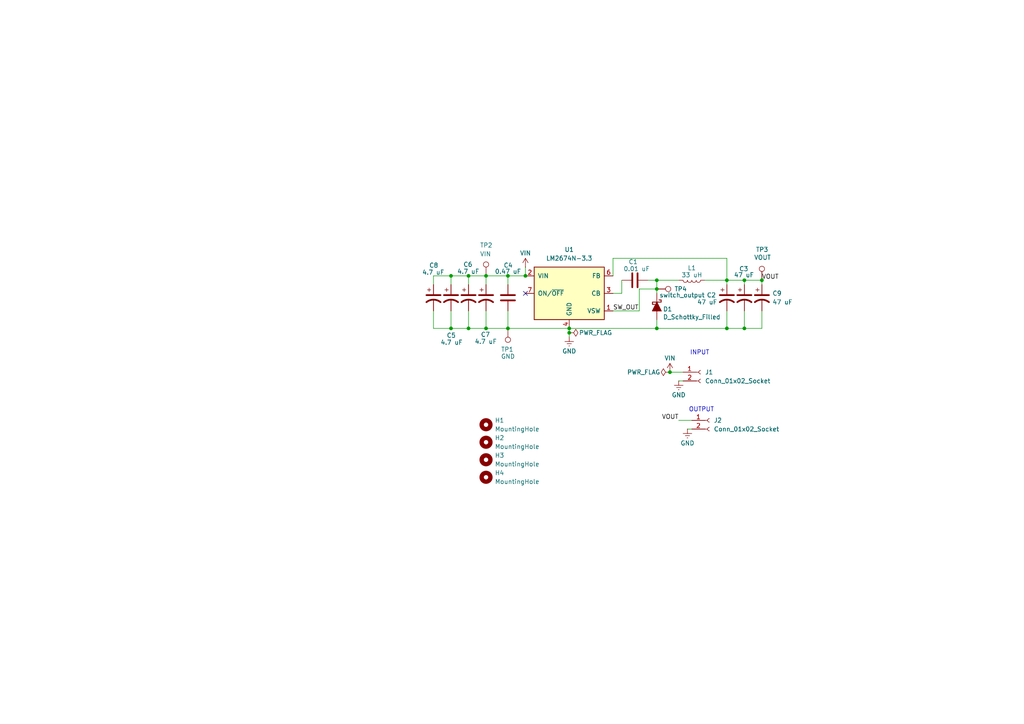
<source format=kicad_sch>
(kicad_sch (version 20231120) (generator "eeschema") (generator_version "8.0")
  (paper "A4")
  (lib_symbols
    (symbol "Connector:Conn_01x02_Socket" (pin_names (offset 1.016) hide)
      (property "Reference" "J" (at 0 2.54 0))
      (property "Value" "Conn_01x02_Socket" (at 0 -5.08 0))
      (symbol "Conn_01x02_Socket_1_1"
        (arc (start 0 -2.032) (mid -0.5058 -2.54) (end 0 -3.048) (stroke (width 0.1524)))
        (polyline (pts (xy -1.27 -2.54) (xy -0.508 -2.54)) (stroke (width 0.1524)))
        (polyline (pts (xy -1.27 0) (xy -0.508 0)) (stroke (width 0.1524)))
        (arc (start 0 0.508) (mid -0.5058 0) (end 0 -0.508) (stroke (width 0.1524)))
        (pin passive line (at -5.08 0 0) (length 3.81) (name "Pin_1") (number "1"))
        (pin passive line (at -5.08 -2.54 0) (length 3.81) (name "Pin_2") (number "2"))
      )
    )
    (symbol "Connector:TestPoint" (pin_numbers hide) (pin_names (offset 0.762) hide)
      (property "Reference" "TP" (at 0 6.858 0))
      (property "Value" "TestPoint" (at 0 5.08 0))
      (symbol "TestPoint_0_1"
        (circle (center 0 3.302) (radius 0.762))
      )
      (symbol "TestPoint_1_1"
        (pin passive line (at 0 0 90) (length 2.54) (name "1") (number "1"))
      )
    )
    (symbol "Device:C" (pin_numbers hide) (pin_names (offset 0.254))
      (property "Reference" "C" (at 0.635 2.54 0))
      (property "Value" "C" (at 0.635 -2.54 0))
      (symbol "C_0_1"
        (polyline (pts (xy -2.032 -0.762) (xy 2.032 -0.762)) (stroke (width 0.508)))
        (polyline (pts (xy -2.032 0.762) (xy 2.032 0.762)) (stroke (width 0.508)))
      )
      (symbol "C_1_1"
        (pin passive line (at 0 3.81 270) (length 2.794) (name "~") (number "1"))
        (pin passive line (at 0 -3.81 90) (length 2.794) (name "~") (number "2"))
      )
    )
    (symbol "Device:C_Polarized_US" (pin_numbers hide) (pin_names (offset 0.254) hide)
      (property "Reference" "C" (at 0.635 2.54 0))
      (property "Value" "C_Polarized_US" (at 0.635 -2.54 0))
      (symbol "C_Polarized_US_0_1"
        (polyline (pts (xy -2.032 0.762) (xy 2.032 0.762)) (stroke (width 0.508)))
        (polyline (pts (xy -1.778 2.286) (xy -0.762 2.286)))
        (polyline (pts (xy -1.27 1.778) (xy -1.27 2.794)))
        (arc (start 2.032 -1.27) (mid 0 -0.5572) (end -2.032 -1.27) (stroke (width 0.508)))
      )
      (symbol "C_Polarized_US_1_1"
        (pin passive line (at 0 3.81 270) (length 2.794) (name "~") (number "1"))
        (pin passive line (at 0 -3.81 90) (length 3.302) (name "~") (number "2"))
      )
    )
    (symbol "Device:D_Schottky_Filled" (pin_numbers hide) (pin_names (offset 1.016) hide)
      (property "Reference" "D" (at 0 2.54 0))
      (property "Value" "D_Schottky_Filled" (at 0 -2.54 0))
      (symbol "D_Schottky_Filled_0_1"
        (polyline (pts (xy 1.27 0) (xy -1.27 0)))
        (polyline (pts (xy 1.27 1.27) (xy 1.27 -1.27) (xy -1.27 0) (xy 1.27 1.27)) (stroke (width 0.254)) (fill (type outline)))
        (polyline (pts (xy -1.905 0.635) (xy -1.905 1.27) (xy -1.27 1.27) (xy -1.27 -1.27) (xy -0.635 -1.27) (xy -0.635 -0.635)) (stroke (width 0.254)))
      )
      (symbol "D_Schottky_Filled_1_1"
        (pin passive line (at -3.81 0 0) (length 2.54) (name "K") (number "1"))
        (pin passive line (at 3.81 0 180) (length 2.54) (name "A") (number "2"))
      )
    )
    (symbol "Device:L" (pin_numbers hide) (pin_names (offset 1.016) hide)
      (property "Reference" "L" (at -1.27 0 90))
      (property "Value" "L" (at 1.905 0 90))
      (symbol "L_0_1"
        (arc (start 0 -2.54) (mid 0.6323 -1.905) (end 0 -1.27))
        (arc (start 0 -1.27) (mid 0.6323 -0.635) (end 0 0))
        (arc (start 0 0) (mid 0.6323 0.635) (end 0 1.27))
        (arc (start 0 1.27) (mid 0.6323 1.905) (end 0 2.54))
      )
      (symbol "L_1_1"
        (pin passive line (at 0 3.81 270) (length 1.27) (name "1") (number "1"))
        (pin passive line (at 0 -3.81 90) (length 1.27) (name "2") (number "2"))
      )
    )
    (symbol "Mechanical:MountingHole" (pin_names (offset 1.016)) (exclude_from_sim yes) (in_bom no)
      (property "Reference" "H" (at 0 5.08 0))
      (property "Value" "MountingHole" (at 0 3.175 0))
      (symbol "MountingHole_0_1"
        (circle (center 0 0) (radius 1.27) (stroke (width 1.27)))
      )
    )
    (symbol "Regulator_Switching:LM2674N-3.3" (pin_names (offset 1.016))
      (property "Reference" "U1" (at 0 12.7 0))
      (property "Value" "LM2674N-3.3" (at 0 10.16 0))
      (symbol "LM2674N-3.3_0_1"
        (rectangle (start -10.16 7.62) (end 10.16 -7.62) (stroke (width 0.254)) (fill (type background)))
      )
      (symbol "LM2674N-3.3_1_1"
        (pin output line (at 12.7 -5.08 180) (length 2.54) (name "VSW") (number "1"))
        (pin power_in line (at -12.7 5.08 0) (length 2.54) (name "VIN") (number "2"))
        (pin input line (at 12.7 0 180) (length 2.54) (name "CB") (number "3"))
        (pin power_in line (at 0 -10.16 90) (length 2.54) (name "GND") (number "4"))
        (pin no_connect line (at -10.16 -2.54 0) (length 2.54) hide (name "NC") (number "5"))
        (pin input line (at 12.7 5.08 180) (length 2.54) (name "FB") (number "6"))
        (pin input line (at -12.7 0 0) (length 2.54) (name "ON/~{OFF}") (number "7"))
        (pin no_connect line (at -10.16 -5.08 0) (length 2.54) hide (name "NC") (number "8"))
      )
    )
    (symbol "power:GNDREF" (power) (pin_numbers hide) (pin_names (offset 0) hide)
      (property "Value" "GNDREF" (at 0 -3.81 0))
      (symbol "GNDREF_0_1"
        (polyline (pts (xy -0.635 -1.905) (xy 0.635 -1.905)))
        (polyline (pts (xy -0.127 -2.54) (xy 0.127 -2.54)))
        (polyline (pts (xy 0 -1.27) (xy 0 0)))
        (polyline (pts (xy 1.27 -1.27) (xy -1.27 -1.27)))
      )
      (symbol "GNDREF_1_1"
        (pin power_in line (at 0 0 270) (length 0) (name "~") (number "1"))
      )
    )
    (symbol "power:PWR_FLAG" (power) (pin_numbers hide) (pin_names (offset 0) hide)
      (property "Value" "PWR_FLAG" (at 0 3.81 0))
      (symbol "PWR_FLAG_0_0"
        (pin power_out line (at 0 0 90) (length 0) (name "~") (number "1"))
      )
      (symbol "PWR_FLAG_0_1"
        (polyline (pts (xy 0 0) (xy 0 1.27) (xy -1.016 1.905) (xy 0 2.54) (xy 1.016 1.905) (xy 0 1.27)))
      )
    )
    (symbol "power:VDC" (power) (pin_numbers hide) (pin_names (offset 0) hide)
      (property "Value" "VDC" (at 0 3.556 0))
      (symbol "VDC_0_1"
        (polyline (pts (xy -0.762 1.27) (xy 0 2.54)))
        (polyline (pts (xy 0 0) (xy 0 2.54)))
        (polyline (pts (xy 0 2.54) (xy 0.762 1.27)))
      )
      (symbol "VDC_1_1"
        (pin power_in line (at 0 0 90) (length 0) (name "~") (number "1"))
      )
    )
  )
  (junction (at 147.32 80.01))
  (junction (at 152.4 80.01))
  (junction (at 140.97 95.25))
  (junction (at 165.1 95.25))
  (junction (at 190.5 83.82))
  (junction (at 194.31 107.95))
  (junction (at 147.32 95.25))
  (junction (at 130.81 80.01))
  (junction (at 215.9 95.25))
  (junction (at 135.89 95.25))
  (junction (at 210.82 95.25))
  (junction (at 130.81 95.25))
  (junction (at 210.82 81.28))
  (junction (at 140.97 80.01))
  (junction (at 190.5 81.28))
  (junction (at 215.9 81.28))
  (junction (at 220.98 81.28))
  (junction (at 190.5 95.25))
  (junction (at 165.1 96.52))
  (junction (at 135.89 80.01))
  (no_connect (at 152.4 85.09))
  (wire (pts (xy 190.5 83.82) (xy 190.5 85.09)))
  (wire (pts (xy 135.89 90.17) (xy 135.89 95.25)))
  (wire (pts (xy 165.1 96.52) (xy 165.1 95.25)))
  (wire (pts (xy 125.73 80.01) (xy 125.73 82.55)))
  (wire (pts (xy 210.82 81.28) (xy 210.82 82.55)))
  (wire (pts (xy 140.97 82.55) (xy 140.97 80.01)))
  (wire (pts (xy 215.9 81.28) (xy 215.9 82.55)))
  (wire (pts (xy 199.39 124.46) (xy 200.66 124.46)))
  (wire (pts (xy 140.97 95.25) (xy 147.32 95.25)))
  (wire (pts (xy 147.32 82.55) (xy 147.32 80.01)))
  (wire (pts (xy 152.4 77.47) (xy 152.4 80.01)))
  (wire (pts (xy 130.81 90.17) (xy 130.81 95.25)))
  (wire (pts (xy 210.82 90.17) (xy 210.82 95.25)))
  (wire (pts (xy 194.31 107.95) (xy 198.12 107.95)))
  (wire (pts (xy 185.42 83.82) (xy 185.42 90.17)))
  (wire (pts (xy 210.82 74.93) (xy 210.82 81.28)))
  (wire (pts (xy 210.82 95.25) (xy 215.9 95.25)))
  (wire (pts (xy 177.8 80.01) (xy 177.8 74.93)))
  (wire (pts (xy 165.1 96.52) (xy 165.1 97.79)))
  (wire (pts (xy 190.5 92.71) (xy 190.5 95.25)))
  (wire (pts (xy 190.5 95.25) (xy 210.82 95.25)))
  (wire (pts (xy 125.73 95.25) (xy 130.81 95.25)))
  (wire (pts (xy 196.85 110.49) (xy 198.12 110.49)))
  (wire (pts (xy 220.98 95.25) (xy 215.9 95.25)))
  (wire (pts (xy 140.97 80.01) (xy 147.32 80.01)))
  (wire (pts (xy 215.9 90.17) (xy 215.9 95.25)))
  (wire (pts (xy 177.8 74.93) (xy 210.82 74.93)))
  (wire (pts (xy 165.1 95.25) (xy 190.5 95.25)))
  (wire (pts (xy 196.85 121.92) (xy 200.66 121.92)))
  (wire (pts (xy 147.32 90.17) (xy 147.32 95.25)))
  (wire (pts (xy 180.34 81.28) (xy 180.34 85.09)))
  (wire (pts (xy 147.32 80.01) (xy 152.4 80.01)))
  (wire (pts (xy 180.34 85.09) (xy 177.8 85.09)))
  (wire (pts (xy 125.73 90.17) (xy 125.73 95.25)))
  (wire (pts (xy 177.8 90.17) (xy 185.42 90.17)))
  (wire (pts (xy 190.5 81.28) (xy 196.85 81.28)))
  (wire (pts (xy 215.9 81.28) (xy 220.98 81.28)))
  (wire (pts (xy 135.89 80.01) (xy 140.97 80.01)))
  (wire (pts (xy 220.98 90.17) (xy 220.98 95.25)))
  (wire (pts (xy 135.89 95.25) (xy 140.97 95.25)))
  (wire (pts (xy 147.32 95.25) (xy 165.1 95.25)))
  (wire (pts (xy 130.81 80.01) (xy 135.89 80.01)))
  (wire (pts (xy 220.98 81.28) (xy 220.98 82.55)))
  (wire (pts (xy 140.97 90.17) (xy 140.97 95.25)))
  (wire (pts (xy 135.89 82.55) (xy 135.89 80.01)))
  (wire (pts (xy 210.82 81.28) (xy 215.9 81.28)))
  (wire (pts (xy 204.47 81.28) (xy 210.82 81.28)))
  (wire (pts (xy 130.81 82.55) (xy 130.81 80.01)))
  (wire (pts (xy 187.96 81.28) (xy 190.5 81.28)))
  (wire (pts (xy 190.5 81.28) (xy 190.5 83.82)))
  (wire (pts (xy 125.73 80.01) (xy 130.81 80.01)))
  (wire (pts (xy 130.81 95.25) (xy 135.89 95.25)))
  (wire (pts (xy 185.42 83.82) (xy 190.5 83.82)))
  (text "INPUT" (at 202.946 102.362 0) (effects (font (size 1.27 1.27))))
  (text "OUTPUT" (at 203.454 118.872 0) (effects (font (size 1.27 1.27))))
  (label "SW_OUT" (at 177.8 90.17 0))
  (label "VOUT" (at 196.85 121.92 180))
  (label "VOUT" (at 220.98 81.28 0))
  (symbol (lib_id "Device:C") (at 147.32 86.36 0) (unit 1)
    (property "Reference" "C4" (at 146.05 76.962 0) (effects (justify left)))
    (property "Value" "0.47 uF" (at 143.51 78.74 0) (effects (justify left)))
    (property "Footprint" "Capacitor_SMD:C_0603_1608Metric_Pad1.08x0.95mm_HandSolder" (effects (hide yes)))
    (property "Datasheet" "https://mm.digikey.com/Volume0/opasdata/d220001/medias/docus/1040/UMK107B7474KA-TR_SS.pdf" (effects (hide yes)))
    (property "Description" "Unpolarized capacitor" (effects (hide yes)))
  )
  (symbol (lib_id "power:PWR_FLAG") (at 194.31 107.95 90) (unit 1)
    (property "Reference" "#FLG02" (effects (hide yes)))
    (property "Value" "PWR_FLAG" (at 186.69 107.95 90))
    (property "Description" "Special symbol for telling ERC where power comes from" (effects (hide yes)))
  )
  (symbol (lib_id "Connector:Conn_01x02_Socket") (at 205.74 121.92 0) (unit 1)
    (property "Reference" "J2" (at 207.01 121.9199 0) (effects (justify left)))
    (property "Value" "Conn_01x02_Socket" (at 207.01 124.4599 0) (effects (justify left)))
    (property "Footprint" "fcp12vconv_footprints:PHOENIX_1777545" (effects (hide yes)))
    (property "Datasheet" "https://mm.digikey.com/Volume0/opasdata/d220001/medias/docus/404/1777545.pdf" (effects (hide yes)))
    (property "Description" "Generic connector, single row, 01x02, script generated" (effects (hide yes)))
  )
  (symbol (lib_id "Mechanical:MountingHole") (at 140.97 133.35 0) (unit 1) (exclude_from_sim yes) (in_bom no)
    (property "Reference" "H3" (at 143.51 132.0799 0) (effects (justify left)))
    (property "Value" "MountingHole" (at 143.51 134.6199 0) (effects (justify left)))
    (property "Footprint" "MountingHole:MountingHole_2.2mm_M2" (effects (hide yes)))
    (property "Description" "Mounting Hole without connection" (effects (hide yes)))
  )
  (symbol (lib_id "power:PWR_FLAG") (at 165.1 96.52 270) (unit 1)
    (property "Reference" "#FLG01" (effects (hide yes)))
    (property "Value" "PWR_FLAG" (at 167.894 96.52 90) (effects (justify left)))
    (property "Description" "Special symbol for telling ERC where power comes from" (effects (hide yes)))
  )
  (symbol (lib_id "power:VDC") (at 152.4 77.47 0) (unit 1)
    (property "Reference" "#PWR05" (effects (hide yes)))
    (property "Value" "VIN" (at 152.4 73.406 0))
    (property "Description" "Power symbol creates a global label with name \"VDC\"" (effects (hide yes)))
  )
  (symbol (lib_id "Connector:TestPoint") (at 190.5 83.82 270) (unit 1)
    (property "Reference" "TP4" (at 195.58 83.82 90) (effects (justify left)))
    (property "Value" "switch_output" (at 191.262 85.598 90) (effects (justify left)))
    (property "Footprint" "TestPoint:TestPoint_Pad_1.0x1.0mm" (effects (hide yes)))
    (property "Description" "test point" (effects (hide yes)))
  )
  (symbol (lib_id "Device:L") (at 200.66 81.28 270) (unit 1)
    (property "Reference" "L1" (at 200.66 77.724 90))
    (property "Value" "33 uH" (at 200.66 79.756 90))
    (property "Footprint" "fcp12vconv_footprints:WE-HCI_1365" (effects (hide yes)))
    (property "Datasheet" "https://www.we-online.com/components/products/datasheet/7443551331.pdf" (effects (hide yes)))
    (property "Description" "Inductor" (effects (hide yes)))
  )
  (symbol (lib_id "Device:D_Schottky_Filled") (at 190.5 88.9 270) (unit 1)
    (property "Reference" "D1" (at 192.278 89.662 90) (effects (justify left)))
    (property "Value" "D_Schottky_Filled" (at 192.278 91.948 90) (effects (justify left)))
    (property "Footprint" "Package_TO_SOT_SMD:TO-252-2" (effects (hide yes)))
    (property "Datasheet" "https://www.smc-diodes.com/propdf/MBRD1545CT%20N0046%20REV.A.pdf" (effects (hide yes)))
    (property "Description" "Schottky diode, filled shape" (effects (hide yes)))
  )
  (symbol (lib_id "Device:C") (at 184.15 81.28 90) (unit 1)
    (property "Reference" "C1" (at 183.642 75.946 90))
    (property "Value" "0.01 uF" (at 184.658 77.978 90))
    (property "Footprint" "Capacitor_SMD:C_0603_1608Metric_Pad1.08x0.95mm_HandSolder" (effects (hide yes)))
    (property "Datasheet" "https://search.kemet.com/download/datasheet/C0603C103K5RAC7867" (effects (hide yes)))
    (property "Description" "Unpolarized capacitor" (effects (hide yes)))
  )
  (symbol (lib_id "Device:C_Polarized_US") (at 220.98 86.36 0) (unit 1)
    (property "Reference" "C9" (at 224.028 85.09 0) (effects (justify left)))
    (property "Value" "47 uF" (at 224.028 87.63 0) (effects (justify left)))
    (property "Footprint" "Capacitor_Tantalum_SMD:CP_EIA-7343-43_Kemet-X_Pad2.25x2.55mm_HandSolder" (effects (hide yes)))
    (property "Datasheet" "https://search.kemet.com/download/datasheet/T495X476K020ATE065" (effects (hide yes)))
    (property "Description" "Polarized capacitor, US symbol" (effects (hide yes)))
  )
  (symbol (lib_id "Connector:TestPoint") (at 147.32 95.25 180) (unit 1)
    (property "Reference" "TP1" (at 145.288 101.346 0) (effects (justify right)))
    (property "Value" "GND" (at 145.288 103.378 0) (effects (justify right)))
    (property "Footprint" "TestPoint:TestPoint_Pad_1.0x1.0mm" (effects (hide yes)))
    (property "Description" "test point" (effects (hide yes)))
  )
  (symbol (lib_id "Device:C_Polarized_US") (at 210.82 86.36 0) (unit 1)
    (property "Reference" "C2" (at 204.978 85.598 0) (effects (justify left)))
    (property "Value" "47 uF" (at 202.184 87.63 0) (effects (justify left)))
    (property "Footprint" "Capacitor_Tantalum_SMD:CP_EIA-7343-43_Kemet-X_Pad2.25x2.55mm_HandSolder" (effects (hide yes)))
    (property "Datasheet" "https://search.kemet.com/download/datasheet/T495X476K020ATE065" (effects (hide yes)))
    (property "Description" "Polarized capacitor, US symbol" (effects (hide yes)))
  )
  (symbol (lib_id "Connector:TestPoint") (at 220.98 81.28 0) (unit 1)
    (property "Reference" "TP3" (at 219.202 72.39 0) (effects (justify left)))
    (property "Value" "VOUT" (at 218.694 74.676 0) (effects (justify left)))
    (property "Footprint" "TestPoint:TestPoint_Pad_1.0x1.0mm" (effects (hide yes)))
    (property "Description" "test point" (effects (hide yes)))
  )
  (symbol (lib_id "Connector:TestPoint") (at 140.97 80.01 0) (unit 1)
    (property "Reference" "TP2" (at 139.192 71.12 0) (effects (justify left)))
    (property "Value" "VIN" (at 139.192 73.66 0) (effects (justify left)))
    (property "Footprint" "TestPoint:TestPoint_Pad_1.0x1.0mm" (effects (hide yes)))
    (property "Description" "test point" (effects (hide yes)))
  )
  (symbol (lib_id "Regulator_Switching:LM2674N-3.3") (at 165.1 85.09 0) (unit 1)
    (property "Reference" "U1" (at 165.1 72.39 0))
    (property "Value" "LM2674N-3.3" (at 165.1 74.93 0))
    (property "Footprint" "Package_TO_SOT_SMD:TO-263-7_TabPin8" (effects (hide yes)))
    (property "Datasheet" "https://www.ti.com/general/docs/suppproductinfo.tsp?distId=10&gotoUrl=http%3A%2F%2Fwww.ti.com%2Flit%2Fgpn%2Flm2678" (effects (hide yes)))
    (property "Description" "IC REG BUCK 12V 5A TO263" (effects (hide yes)))
  )
  (symbol (lib_id "power:GNDREF") (at 196.85 110.49 0) (unit 1)
    (property "Reference" "#PWR02" (effects (hide yes)))
    (property "Value" "GND" (at 196.85 114.554 0))
    (property "Description" "Power symbol creates a global label with name \"GNDREF\" , reference supply ground" (effects (hide yes)))
  )
  (symbol (lib_id "power:VDC") (at 194.31 107.95 0) (unit 1)
    (property "Reference" "#PWR04" (effects (hide yes)))
    (property "Value" "VIN" (at 194.31 103.886 0))
    (property "Description" "Power symbol creates a global label with name \"VDC\"" (effects (hide yes)))
  )
  (symbol (lib_id "Mechanical:MountingHole") (at 140.97 138.43 0) (unit 1) (exclude_from_sim yes) (in_bom no)
    (property "Reference" "H4" (at 143.51 137.1599 0) (effects (justify left)))
    (property "Value" "MountingHole" (at 143.51 139.6999 0) (effects (justify left)))
    (property "Footprint" "MountingHole:MountingHole_2.2mm_M2" (effects (hide yes)))
    (property "Description" "Mounting Hole without connection" (effects (hide yes)))
  )
  (symbol (lib_id "Device:C_Polarized_US") (at 125.73 86.36 0) (unit 1)
    (property "Reference" "C8" (at 124.46 76.962 0) (effects (justify left)))
    (property "Value" "4.7 uF" (at 122.428 78.994 0) (effects (justify left)))
    (property "Footprint" "Capacitor_Tantalum_SMD:CP_EIA-7343-31_Kemet-D_Pad2.25x2.55mm_HandSolder" (effects (hide yes)))
    (property "Datasheet" "https://content.kemet.com/datasheets/KEM_T2009_T495.pdf" (effects (hide yes)))
    (property "Description" "Polarized capacitor, US symbol" (effects (hide yes)))
  )
  (symbol (lib_id "Mechanical:MountingHole") (at 140.97 128.27 0) (unit 1) (exclude_from_sim yes) (in_bom no)
    (property "Reference" "H2" (at 143.51 126.9999 0) (effects (justify left)))
    (property "Value" "MountingHole" (at 143.51 129.5399 0) (effects (justify left)))
    (property "Footprint" "MountingHole:MountingHole_2.2mm_M2" (effects (hide yes)))
    (property "Description" "Mounting Hole without connection" (effects (hide yes)))
  )
  (symbol (lib_id "Mechanical:MountingHole") (at 140.97 123.19 0) (unit 1) (exclude_from_sim yes) (in_bom no)
    (property "Reference" "H1" (at 143.51 121.9199 0) (effects (justify left)))
    (property "Value" "MountingHole" (at 143.51 124.4599 0) (effects (justify left)))
    (property "Footprint" "MountingHole:MountingHole_2.2mm_M2" (effects (hide yes)))
    (property "Description" "Mounting Hole without connection" (effects (hide yes)))
  )
  (symbol (lib_id "power:GNDREF") (at 165.1 97.79 0) (unit 1)
    (property "Reference" "#PWR01" (effects (hide yes)))
    (property "Value" "GND" (at 165.1 101.854 0))
    (property "Description" "Power symbol creates a global label with name \"GNDREF\" , reference supply ground" (effects (hide yes)))
  )
  (symbol (lib_id "Device:C_Polarized_US") (at 140.97 86.36 0) (unit 1)
    (property "Reference" "C7" (at 139.446 97.028 0) (effects (justify left)))
    (property "Value" "4.7 uF" (at 137.668 99.06 0) (effects (justify left)))
    (property "Footprint" "Capacitor_Tantalum_SMD:CP_EIA-7343-31_Kemet-D_Pad2.25x2.55mm_HandSolder" (effects (hide yes)))
    (property "Datasheet" "https://content.kemet.com/datasheets/KEM_T2009_T495.pdf" (effects (hide yes)))
    (property "Description" "Polarized capacitor, US symbol" (effects (hide yes)))
  )
  (symbol (lib_id "Device:C_Polarized_US") (at 135.89 86.36 0) (unit 1)
    (property "Reference" "C6" (at 134.366 76.708 0) (effects (justify left)))
    (property "Value" "4.7 uF" (at 132.588 78.74 0) (effects (justify left)))
    (property "Footprint" "Capacitor_Tantalum_SMD:CP_EIA-7343-31_Kemet-D_Pad2.25x2.55mm_HandSolder" (effects (hide yes)))
    (property "Datasheet" "https://content.kemet.com/datasheets/KEM_T2009_T495.pdf" (effects (hide yes)))
    (property "Description" "Polarized capacitor, US symbol" (effects (hide yes)))
  )
  (symbol (lib_id "Device:C_Polarized_US") (at 130.81 86.36 0) (unit 1)
    (property "Reference" "C5" (at 129.54 97.282 0) (effects (justify left)))
    (property "Value" "4.7 uF" (at 127.762 99.314 0) (effects (justify left)))
    (property "Footprint" "Capacitor_Tantalum_SMD:CP_EIA-7343-31_Kemet-D_Pad2.25x2.55mm_HandSolder" (effects (hide yes)))
    (property "Datasheet" "https://content.kemet.com/datasheets/KEM_T2009_T495.pdf" (effects (hide yes)))
    (property "Description" "Polarized capacitor, US symbol" (effects (hide yes)))
  )
  (symbol (lib_id "Connector:Conn_01x02_Socket") (at 203.2 107.95 0) (unit 1)
    (property "Reference" "J1" (at 204.47 107.9499 0) (effects (justify left)))
    (property "Value" "Conn_01x02_Socket" (at 204.47 110.4899 0) (effects (justify left)))
    (property "Footprint" "fcp12vconv_footprints:PHOENIX_1777545" (effects (hide yes)))
    (property "Datasheet" "https://mm.digikey.com/Volume0/opasdata/d220001/medias/docus/404/1777545.pdf" (effects (hide yes)))
    (property "Description" "Generic connector, single row, 01x02, script generated" (effects (hide yes)))
  )
  (symbol (lib_id "Device:C_Polarized_US") (at 215.9 86.36 0) (unit 1)
    (property "Reference" "C3" (at 214.376 77.978 0) (effects (justify left)))
    (property "Value" "47 uF" (at 212.852 79.756 0) (effects (justify left)))
    (property "Footprint" "Capacitor_Tantalum_SMD:CP_EIA-7343-43_Kemet-X_Pad2.25x2.55mm_HandSolder" (effects (hide yes)))
    (property "Datasheet" "https://search.kemet.com/download/datasheet/T495X476K020ATE065" (effects (hide yes)))
    (property "Description" "Polarized capacitor, US symbol" (effects (hide yes)))
  )
  (symbol (lib_id "power:GNDREF") (at 199.39 124.46 0) (unit 1)
    (property "Reference" "#PWR03" (effects (hide yes)))
    (property "Value" "GND" (at 199.39 128.524 0))
    (property "Description" "Power symbol creates a global label with name \"GNDREF\" , reference supply ground" (effects (hide yes)))
  )
)
</source>
